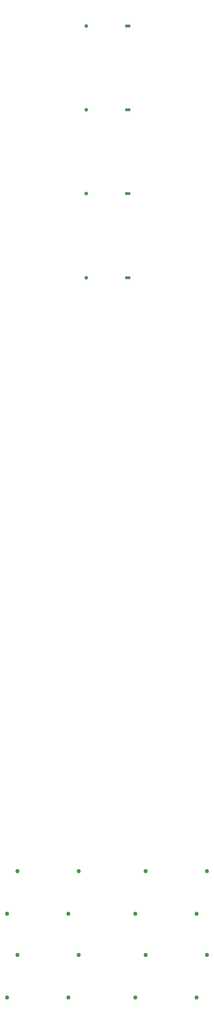
<source format=gbr>
%TF.GenerationSoftware,Altium Limited,Altium Designer,22.5.1 (42)*%
G04 Layer_Color=0*
%FSLAX26Y26*%
%MOIN*%
%TF.SameCoordinates,79F18A81-A5BF-4171-AD75-6FA3A7A6B408*%
%TF.FilePolarity,Positive*%
%TF.FileFunction,NonPlated,1,8,NPTH,Drill*%
%TF.Part,Single*%
G01*
G75*
%TA.AperFunction,ComponentDrill*%
%ADD157C,0.025984*%
%ADD158O,0.039370X0.022835*%
%ADD159C,0.029528*%
D157*
X7923228Y10866142D02*
D03*
Y10275591D02*
D03*
Y9685039D02*
D03*
Y9094488D02*
D03*
D158*
X8218504Y10866142D02*
D03*
Y10275591D02*
D03*
Y9685039D02*
D03*
Y9094488D02*
D03*
D159*
X7438189Y4913779D02*
D03*
X7364961Y4613779D02*
D03*
X8343701Y4323228D02*
D03*
X8270472Y4023228D02*
D03*
X8776772Y4913779D02*
D03*
X8703543Y4613779D02*
D03*
X8343701Y4913779D02*
D03*
X8270472Y4613779D02*
D03*
X8776772Y4323228D02*
D03*
X8703543Y4023228D02*
D03*
X7871260Y4323228D02*
D03*
X7798032Y4023228D02*
D03*
X7871260Y4913779D02*
D03*
X7798032Y4613779D02*
D03*
X7438189Y4323228D02*
D03*
X7364961Y4023228D02*
D03*
%TF.MD5,9ea54905fd3b34702a191556868d3178*%
M02*

</source>
